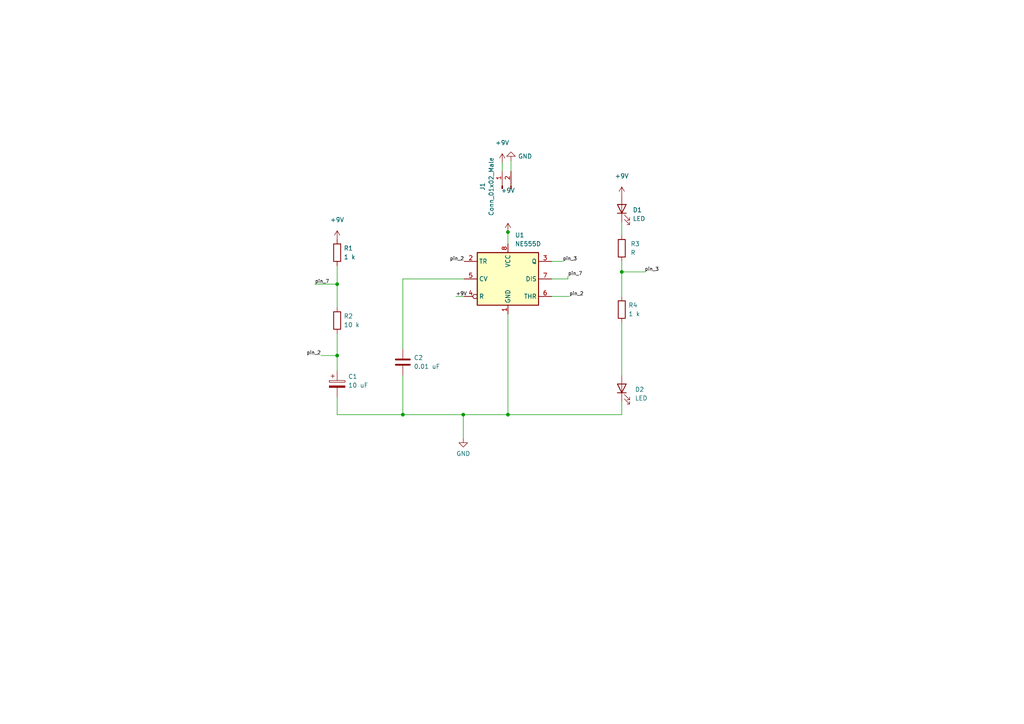
<source format=kicad_sch>
(kicad_sch (version 20211123) (generator eeschema)
  (paper "A4")
  (lib_symbols
    (symbol "Connector:Conn_01x02_Male" (pin_names (offset 1.016) hide)
      (property "Reference" "J" (at 0 2.54 0))
      (property "Value" "Conn_01x02_Male" (at 0 -5.08 0))
      (symbol "Conn_01x02_Male_1_1"
        (polyline (pts (xy 1.27 -2.54) (xy 0.8636 -2.54)) (stroke (width 0.1524)))
        (polyline (pts (xy 1.27 0) (xy 0.8636 0)) (stroke (width 0.1524)))
        (rectangle (start 0.8636 -2.413) (end 0 -2.667) (stroke (width 0.1524)) (fill (type outline)))
        (rectangle (start 0.8636 0.127) (end 0 -0.127) (stroke (width 0.1524)) (fill (type outline)))
        (pin passive line (at 5.08 0 180) (length 3.81) (name "Pin_1") (number "1"))
        (pin passive line (at 5.08 -2.54 180) (length 3.81) (name "Pin_2") (number "2"))
      )
    )
    (symbol "Device:C" (pin_numbers hide) (pin_names (offset 0.254))
      (property "Reference" "C" (at 0.635 2.54 0))
      (property "Value" "C" (at 0.635 -2.54 0))
      (symbol "C_0_1"
        (polyline (pts (xy -2.032 -0.762) (xy 2.032 -0.762)) (stroke (width 0.508)))
        (polyline (pts (xy -2.032 0.762) (xy 2.032 0.762)) (stroke (width 0.508)))
      )
      (symbol "C_1_1"
        (pin passive line (at 0 3.81 270) (length 2.794) (name "~") (number "1"))
        (pin passive line (at 0 -3.81 90) (length 2.794) (name "~") (number "2"))
      )
    )
    (symbol "Device:C_Polarized" (pin_numbers hide) (pin_names (offset 0.254))
      (property "Reference" "C" (at 0.635 2.54 0))
      (property "Value" "C_Polarized" (at 0.635 -2.54 0))
      (symbol "C_Polarized_0_1"
        (rectangle (start -2.286 0.508) (end 2.286 1.016))
        (polyline (pts (xy -1.778 2.286) (xy -0.762 2.286)))
        (polyline (pts (xy -1.27 2.794) (xy -1.27 1.778)))
        (rectangle (start 2.286 -0.508) (end -2.286 -1.016) (fill (type outline)))
      )
      (symbol "C_Polarized_1_1"
        (pin passive line (at 0 3.81 270) (length 2.794) (name "~") (number "1"))
        (pin passive line (at 0 -3.81 90) (length 2.794) (name "~") (number "2"))
      )
    )
    (symbol "Device:LED" (pin_numbers hide) (pin_names (offset 1.016) hide)
      (property "Reference" "D" (at 0 2.54 0))
      (property "Value" "LED" (at 0 -2.54 0))
      (symbol "LED_0_1"
        (polyline (pts (xy -1.27 -1.27) (xy -1.27 1.27)) (stroke (width 0.254)))
        (polyline (pts (xy -1.27 0) (xy 1.27 0)))
        (polyline (pts (xy 1.27 -1.27) (xy 1.27 1.27) (xy -1.27 0) (xy 1.27 -1.27)) (stroke (width 0.254)))
        (polyline (pts (xy -3.048 -0.762) (xy -4.572 -2.286) (xy -3.81 -2.286) (xy -4.572 -2.286) (xy -4.572 -1.524)))
        (polyline (pts (xy -1.778 -0.762) (xy -3.302 -2.286) (xy -2.54 -2.286) (xy -3.302 -2.286) (xy -3.302 -1.524)))
      )
      (symbol "LED_1_1"
        (pin passive line (at -3.81 0 0) (length 2.54) (name "K") (number "1"))
        (pin passive line (at 3.81 0 180) (length 2.54) (name "A") (number "2"))
      )
    )
    (symbol "Device:R" (pin_numbers hide) (pin_names (offset 0))
      (property "Reference" "R" (at 2.032 0 90))
      (property "Value" "R" (at 0 0 90))
      (symbol "R_0_1"
        (rectangle (start -1.016 -2.54) (end 1.016 2.54) (stroke (width 0.254)))
      )
      (symbol "R_1_1"
        (pin passive line (at 0 3.81 270) (length 1.27) (name "~") (number "1"))
        (pin passive line (at 0 -3.81 90) (length 1.27) (name "~") (number "2"))
      )
    )
    (symbol "Timer:NE555D"
      (property "Reference" "U" (at -10.16 8.89 0))
      (property "Value" "NE555D" (at 2.54 8.89 0))
      (symbol "NE555D_0_0"
        (pin power_in line (at 0 -10.16 90) (length 2.54) (name "GND") (number "1"))
        (pin power_in line (at 0 10.16 270) (length 2.54) (name "VCC") (number "8"))
      )
      (symbol "NE555D_0_1"
        (rectangle (start -8.89 -7.62) (end 8.89 7.62) (stroke (width 0.254)) (fill (type background)))
        (rectangle (start -8.89 -7.62) (end 8.89 7.62) (stroke (width 0.254)) (fill (type background)))
      )
      (symbol "NE555D_1_1"
        (pin input line (at -12.7 5.08 0) (length 3.81) (name "TR") (number "2"))
        (pin output line (at 12.7 5.08 180) (length 3.81) (name "Q") (number "3"))
        (pin input inverted (at -12.7 -5.08 0) (length 3.81) (name "R") (number "4"))
        (pin input line (at -12.7 0 0) (length 3.81) (name "CV") (number "5"))
        (pin input line (at 12.7 -5.08 180) (length 3.81) (name "THR") (number "6"))
        (pin input line (at 12.7 0 180) (length 3.81) (name "DIS") (number "7"))
      )
    )
    (symbol "power:+9V" (power) (pin_names (offset 0))
      (property "Value" "+9V" (at 0 3.556 0))
      (symbol "+9V_0_1"
        (polyline (pts (xy -0.762 1.27) (xy 0 2.54)))
        (polyline (pts (xy 0 0) (xy 0 2.54)))
        (polyline (pts (xy 0 2.54) (xy 0.762 1.27)))
      )
      (symbol "+9V_1_1"
        (pin power_in line (at 0 0 90) (length 0) hide (name "+9V") (number "1"))
      )
    )
    (symbol "power:GND" (power) (pin_names (offset 0))
      (property "Value" "GND" (at 0 -3.81 0))
      (symbol "GND_0_1"
        (polyline (pts (xy 0 0) (xy 0 -1.27) (xy 1.27 -1.27) (xy 0 -2.54) (xy -1.27 -1.27) (xy 0 -1.27)))
      )
      (symbol "GND_1_1"
        (pin power_in line (at 0 0 270) (length 0) hide (name "GND") (number "1"))
      )
    )
  )
  (junction (at 134.366 120.269))
  (junction (at 97.79 82.423))
  (junction (at 116.84 120.269))
  (junction (at 97.79 103.124))
  (junction (at 180.34 78.867))
  (junction (at 147.32 120.269))
  (junction (at 147.32 67.31))
  (wire (pts (xy 160.02 80.899) (xy 164.719 80.899)))
  (wire (pts (xy 134.366 120.269) (xy 134.366 127.127)))
  (wire (pts (xy 180.34 78.867) (xy 180.34 85.979)))
  (wire (pts (xy 134.366 120.269) (xy 147.32 120.269)))
  (wire (pts (xy 116.84 80.899) (xy 116.84 101.219)))
  (wire (pts (xy 91.313 82.423) (xy 97.79 82.423)))
  (wire (pts (xy 116.84 80.899) (xy 134.62 80.899)))
  (wire (pts (xy 147.32 67.183) (xy 147.32 67.31)))
  (wire (pts (xy 97.79 120.269) (xy 116.84 120.269)))
  (wire (pts (xy 97.79 82.423) (xy 97.79 89.154)))
  (wire (pts (xy 180.34 64.389) (xy 180.34 68.199)))
  (wire (pts (xy 147.32 91.059) (xy 147.32 120.269)))
  (wire (pts (xy 147.32 67.31) (xy 147.32 70.739)))
  (wire (pts (xy 180.34 75.819) (xy 180.34 78.867)))
  (wire (pts (xy 164.719 80.137) (xy 164.719 80.899)))
  (wire (pts (xy 148.209 46.609) (xy 148.209 49.657)))
  (wire (pts (xy 160.02 85.979) (xy 165.1 85.979)))
  (wire (pts (xy 160.02 75.819) (xy 163.195 75.819)))
  (wire (pts (xy 116.84 108.839) (xy 116.84 120.269)))
  (wire (pts (xy 180.34 93.599) (xy 180.34 108.839)))
  (wire (pts (xy 97.79 77.089) (xy 97.79 82.423)))
  (wire (pts (xy 180.34 116.459) (xy 180.34 120.269)))
  (wire (pts (xy 93.091 103.124) (xy 97.79 103.124)))
  (wire (pts (xy 97.79 103.124) (xy 97.79 107.569)))
  (wire (pts (xy 187.071 78.867) (xy 180.34 78.867)))
  (wire (pts (xy 116.84 120.269) (xy 134.366 120.269)))
  (wire (pts (xy 147.32 120.269) (xy 180.34 120.269)))
  (wire (pts (xy 145.669 47.117) (xy 145.669 49.657)))
  (wire (pts (xy 132.207 85.979) (xy 134.62 85.979)))
  (wire (pts (xy 97.79 115.189) (xy 97.79 120.269)))
  (wire (pts (xy 97.79 96.774) (xy 97.79 103.124)))
  (label "pin_3" (at 163.195 75.819 0) (effects (font (size 1 1))))
  (label "pin_2" (at 165.1 85.979 0) (effects (font (size 1 1))))
  (label "+9V" (at 132.207 85.979 0) (effects (font (size 1 1))))
  (label "pin_2" (at 134.62 75.819 180) (effects (font (size 1 1))))
  (label "pin_3" (at 186.944 78.867 0) (effects (font (size 1 1))))
  (label "pin_2" (at 93.091 103.124 180) (effects (font (size 1 1))))
  (label "pin_7" (at 164.719 80.137 0) (effects (font (size 1 1))))
  (label "pin_7" (at 91.313 82.423 0) (effects (font (size 1 1))))
  (symbol (lib_id "power:GND") (at 134.366 127.127 0) (unit 1)
    (property "Reference" "#PWR0105" (effects hide))
    (property "Value" "GND" (at 134.366 131.572 0))
  )
  (symbol (lib_id "Device:R") (at 97.79 73.279 0) (unit 1)
    (property "Reference" "R1" (at 99.695 72.0089 0) (effects (justify left)))
    (property "Value" "1 k" (at 99.695 74.5489 0) (effects (justify left)))
    (property "Footprint" "Resistor_SMD:R_0805_2012Metric_Pad1.20x1.40mm_HandSolder" (effects hide))
  )
  (symbol (lib_id "Device:R") (at 180.34 89.789 0) (unit 1)
    (property "Reference" "R4" (at 182.245 88.5189 0) (effects (justify left)))
    (property "Value" "1 k" (at 182.245 91.0589 0) (effects (justify left)))
    (property "Footprint" "Resistor_SMD:R_0805_2012Metric_Pad1.20x1.40mm_HandSolder" (effects hide))
  )
  (symbol (lib_id "Device:LED") (at 180.34 60.579 90) (unit 1)
    (property "Reference" "D1" (at 183.515 60.8964 90) (effects (justify right)))
    (property "Value" "LED" (at 183.515 63.4364 90) (effects (justify right)))
    (property "Footprint" "LED_SMD:LED_1206_3216Metric_Pad1.42x1.75mm_HandSolder" (effects hide))
  )
  (symbol (lib_id "Device:LED") (at 180.34 112.649 90) (unit 1)
    (property "Reference" "D2" (at 184.15 112.9664 90) (effects (justify right)))
    (property "Value" "LED" (at 184.15 115.5064 90) (effects (justify right)))
    (property "Footprint" "LED_SMD:LED_1206_3216Metric_Pad1.42x1.75mm_HandSolder" (effects hide))
  )
  (symbol (lib_id "power:+9V") (at 145.669 47.117 0) (unit 1)
    (property "Reference" "#PWR0101" (effects hide))
    (property "Value" "+9V" (at 145.669 41.402 0))
  )
  (symbol (lib_id "power:+9V") (at 97.79 69.469 0) (unit 1)
    (property "Reference" "#PWR0106" (effects hide))
    (property "Value" "+9V" (at 97.79 63.754 0))
  )
  (symbol (lib_id "Device:C") (at 116.84 105.029 0) (unit 1)
    (property "Reference" "C2" (at 120.015 103.7589 0) (effects (justify left)))
    (property "Value" "0.01 uF" (at 120.015 106.2989 0) (effects (justify left)))
    (property "Footprint" "Capacitor_SMD:C_0805_2012Metric_Pad1.18x1.45mm_HandSolder" (effects hide))
  )
  (symbol (lib_id "Device:R") (at 180.34 72.009 0) (unit 1)
    (property "Reference" "R3" (at 182.88 70.7389 0) (effects (justify left)))
    (property "Value" "R" (at 182.88 73.2789 0) (effects (justify left)))
    (property "Footprint" "Resistor_SMD:R_0805_2012Metric_Pad1.20x1.40mm_HandSolder" (effects hide))
  )
  (symbol (lib_id "Timer:NE555D") (at 147.32 80.899 0) (unit 1)
    (property "Reference" "U1" (at 149.3394 68.199 0) (effects (justify left)))
    (property "Value" "NE555D" (at 149.3394 70.739 0) (effects (justify left)))
    (property "Footprint" "Package_SO:SOIC-8_3.9x4.9mm_P1.27mm" (effects hide))
    (property "Datasheet" "http://www.ti.com/lit/ds/symlink/ne555.pdf" (effects hide))
  )
  (symbol (lib_id "power:+9V") (at 180.34 56.769 0) (unit 1)
    (property "Reference" "#PWR0104" (effects hide))
    (property "Value" "+9V" (at 180.34 51.054 0))
  )
  (symbol (lib_id "Device:C_Polarized") (at 97.79 111.379 0) (unit 1)
    (property "Reference" "C1" (at 100.965 109.2199 0) (effects (justify left)))
    (property "Value" "10 uF" (at 100.965 111.7599 0) (effects (justify left)))
    (property "Footprint" "Capacitor_Tantalum_SMD:CP_EIA-3216-18_Kemet-A_Pad1.58x1.35mm_HandSolder" (effects hide))
  )
  (symbol (lib_id "power:+9V") (at 147.32 67.31 0) (unit 1)
    (property "Reference" "#PWR0102" (effects hide))
    (property "Value" "+9V" (at 147.32 55.245 0))
  )
  (symbol (lib_id "Connector:Conn_01x02_Male") (at 145.669 54.737 90) (unit 1)
    (property "Reference" "J1" (at 139.954 54.102 0))
    (property "Value" "Conn_01x02_Male" (at 142.494 54.102 0))
    (property "Footprint" "TerminalBlock:TerminalBlock_bornier-2_P5.08mm" (effects hide))
  )
  (symbol (lib_id "Device:R") (at 97.79 92.964 0) (unit 1)
    (property "Reference" "R2" (at 99.695 91.6939 0) (effects (justify left)))
    (property "Value" "10 k" (at 99.695 94.2339 0) (effects (justify left)))
    (property "Footprint" "Resistor_SMD:R_0805_2012Metric_Pad1.20x1.40mm_HandSolder" (effects hide))
  )
  (symbol (lib_id "power:GND") (at 148.209 46.609 180) (unit 1)
    (property "Reference" "#PWR0103" (effects hide))
    (property "Value" "GND" (at 150.241 45.3389 0) (effects (justify right)))
  )
)
</source>
